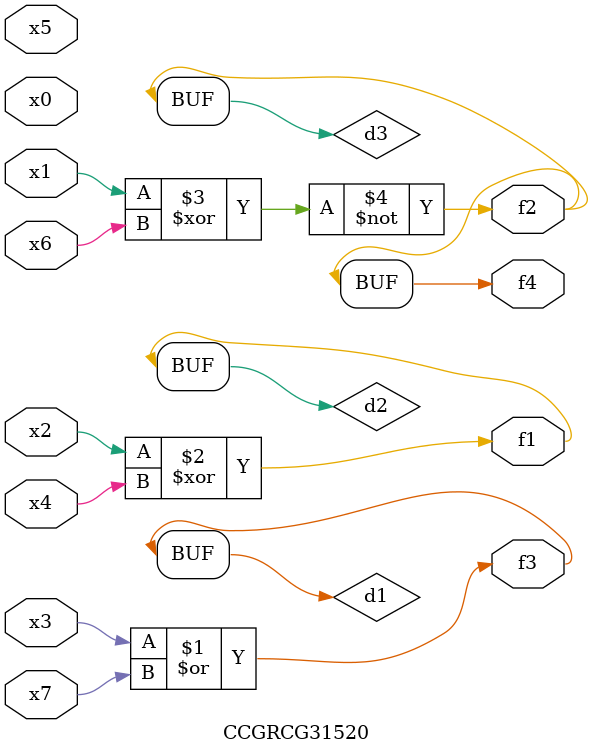
<source format=v>
module CCGRCG31520(
	input x0, x1, x2, x3, x4, x5, x6, x7,
	output f1, f2, f3, f4
);

	wire d1, d2, d3;

	or (d1, x3, x7);
	xor (d2, x2, x4);
	xnor (d3, x1, x6);
	assign f1 = d2;
	assign f2 = d3;
	assign f3 = d1;
	assign f4 = d3;
endmodule

</source>
